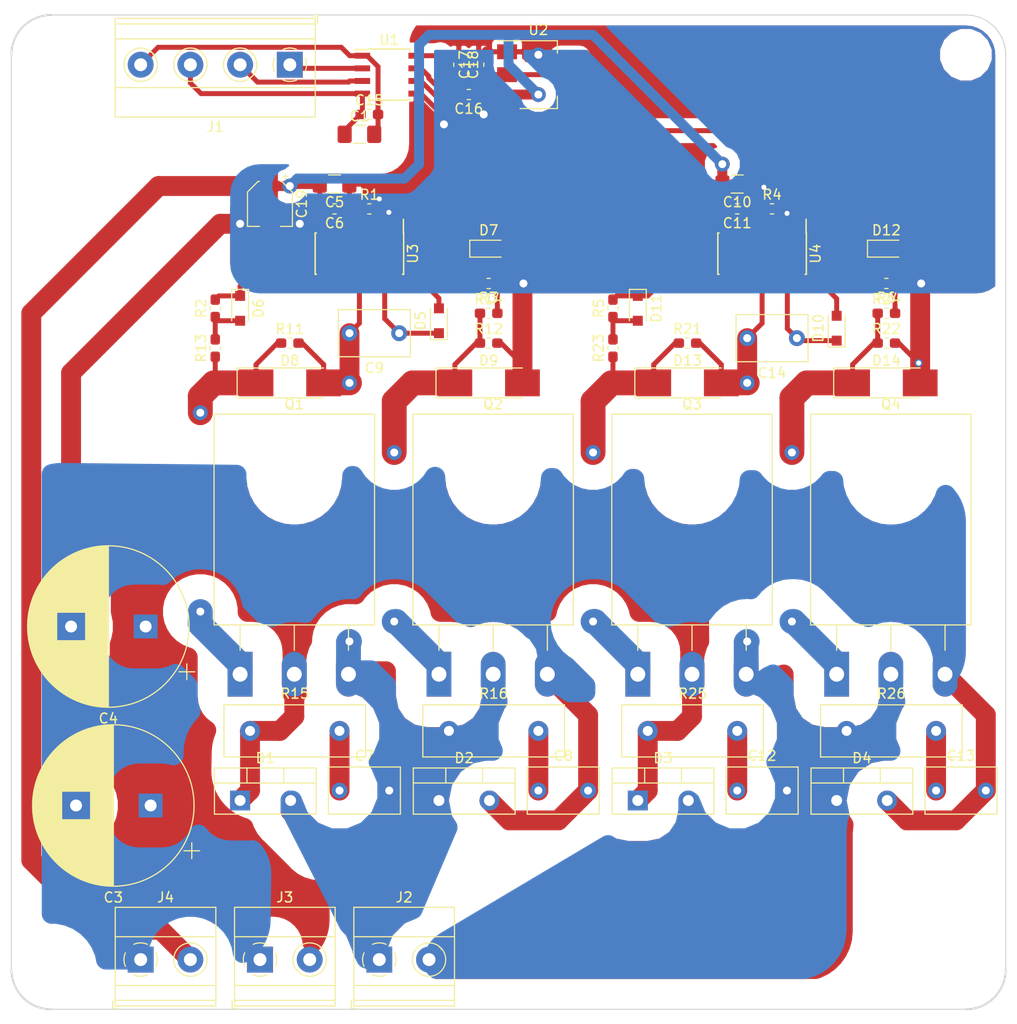
<source format=kicad_pcb>
(kicad_pcb (version 20171130) (host pcbnew 5.0.1-33cea8e~68~ubuntu18.04.1)
  (layers (0 F.Cu signal) (1 In1.Cu jumper) (2 In2.Cu jumper) (31 B.Cu signal) (34 B.Paste user) (35 F.Paste user) (36 B.SilkS user) (37 F.SilkS user) (38 B.Mask user) (39 F.Mask user) (44 Edge.Cuts user))
  (net 0 "")
  (net 1 "Net-(D13-Pad1)")
  (net 2 VCC)
  (net 3 /right-half-bridge/OUT)
  (net 4 /left-half-bridge/OUT)
  (net 5 "Net-(D8-Pad1)")
  (net 6 "Net-(D9-Pad1)")
  (net 7 GND)
  (net 8 "Net-(D14-Pad1)")
  (net 9 "Net-(C13-Pad1)")
  (net 10 "Net-(C12-Pad1)")
  (net 11 "Net-(C8-Pad1)")
  (net 12 "Net-(C7-Pad1)")
  (net 13 A)
  (net 14 B)
  (net 15 GNDD)
  (net 16 +5V)
  (net 17 +15V)
  (net 18 "Net-(R1-Pad1)")
  (net 19 "Net-(D12-Pad2)")
  (net 20 "Net-(D11-Pad2)")
  (net 21 "Net-(D6-Pad2)")
  (net 22 "Net-(D12-Pad1)")
  (net 23 "Net-(D6-Pad1)")
  (net 24 "Net-(D7-Pad1)")
  (net 25 "Net-(D7-Pad2)")
  (net 26 "Net-(D11-Pad1)")
  (net 27 "Net-(R4-Pad1)")
  (net 28 "Net-(C17-Pad1)")
  (net 29 /right-half-bridge/PWM)
  (net 30 /left-half-bridge/PWM)
  (net 31 "Net-(C14-Pad1)")
  (net 32 "Net-(C9-Pad1)")
  (net 33 "Net-(U4-Pad2)")
  (net 34 "Net-(U3-Pad2)")
  (module Package_SO:SOIC-8_3.9x4.9mm_P1.27mm (layer F.Cu) (at 88 46)
    (fp_text reference U1 (at 0 -3.5) (layer F.SilkS))
    (fp_text value ADuM1200AR)
    (pad 1 smd rect (at -2.7 -1.905) (size 1.55 0.6) (layers F.Cu F.Paste F.Mask) (net 16 +5V))
    (pad 2 smd rect (at -2.7 -0.635) (size 1.55 0.6) (layers F.Cu F.Paste F.Mask) (net 13 A))
    (pad 3 smd rect (at -2.7 0.635) (size 1.55 0.6) (layers F.Cu F.Paste F.Mask) (net 14 B))
    (pad 4 smd rect (at -2.7 1.905) (size 1.55 0.6) (layers F.Cu F.Paste F.Mask) (net 15 GNDD))
    (pad 5 smd rect (at 2.7 1.905) (size 1.55 0.6) (layers F.Cu F.Paste F.Mask) (net 7 GND))
    (pad 6 smd rect (at 2.7 0.635) (size 1.55 0.6) (layers F.Cu F.Paste F.Mask) (net 30 /left-half-bridge/PWM))
    (pad 7 smd rect (at 2.7 -0.635) (size 1.55 0.6) (layers F.Cu F.Paste F.Mask) (net 29 /right-half-bridge/PWM))
    (pad 8 smd rect (at 2.7 -1.905) (size 1.55 0.6) (layers F.Cu F.Paste F.Mask) (net 28 "Net-(C17-Pad1)"))
  )
  (module MountingHole:MountingHole_3.2mm_M3 (layer F.Cu) (at 146 44)
    (fp_text reference H1 hide)
    (fp_text value MountingHole)
    (pad 1 np_thru_hole circle (at 0 0) (size 3.2 3.2) (drill 3.2) (layers *.Cu *.Mask))
  )
  (module MountingHole:MountingHole_3.2mm_M3 (layer F.Cu) (at 54 136)
    (fp_text reference H4 hide)
    (fp_text value MountingHole)
    (pad 1 np_thru_hole circle (at 0 0) (size 3.2 3.2) (drill 3.2) (layers *.Cu *.Mask))
  )
  (module MountingHole:MountingHole_3.2mm_M3 (layer F.Cu) (at 54 44)
    (fp_text reference H3 hide)
    (fp_text value MountingHole)
    (pad 1 np_thru_hole circle (at 0 0) (size 3.2 3.2) (drill 3.2) (layers *.Cu *.Mask))
  )
  (module MountingHole:MountingHole_3.2mm_M3 (layer F.Cu) (at 146 136)
    (fp_text reference H2 hide)
    (fp_text value MountingHole)
    (pad 1 np_thru_hole circle (at 0 0) (size 3.2 3.2) (drill 3.2) (layers *.Cu *.Mask))
  )
  (module Package_SO:SOIC-14_3.9x8.7mm_P1.27mm (layer F.Cu) (at 85 64 270)
    (fp_text reference U3 (at 0 -5.375 270) (layer F.SilkS))
    (fp_text value FAN7393A)
    (pad 14 smd rect (at 2.7 -3.81 270) (size 1.5 0.6) (layers F.Cu F.Paste F.Mask))
    (pad 13 smd rect (at 2.7 -2.54 270) (size 1.5 0.6) (layers F.Cu F.Paste F.Mask) (net 32 "Net-(C9-Pad1)"))
    (pad 12 smd rect (at 2.7 -1.27 270) (size 1.5 0.6) (layers F.Cu F.Paste F.Mask) (net 23 "Net-(D6-Pad1)"))
    (pad 11 smd rect (at 2.7 0 270) (size 1.5 0.6) (layers F.Cu F.Paste F.Mask) (net 4 /left-half-bridge/OUT))
    (pad 10 smd rect (at 2.7 1.27 270) (size 1.5 0.6) (layers F.Cu F.Paste F.Mask))
    (pad 9 smd rect (at 2.7 2.54 270) (size 1.5 0.6) (layers F.Cu F.Paste F.Mask))
    (pad 8 smd rect (at 2.7 3.81 270) (size 1.5 0.6) (layers F.Cu F.Paste F.Mask))
    (pad 7 smd rect (at -2.7 3.81 270) (size 1.5 0.6) (layers F.Cu F.Paste F.Mask) (net 17 +15V))
    (pad 6 smd rect (at -2.7 2.54 270) (size 1.5 0.6) (layers F.Cu F.Paste F.Mask) (net 24 "Net-(D7-Pad1)"))
    (pad 5 smd rect (at -2.7 1.27 270) (size 1.5 0.6) (layers F.Cu F.Paste F.Mask) (net 7 GND))
    (pad 4 smd rect (at -2.7 0 270) (size 1.5 0.6) (layers F.Cu F.Paste F.Mask) (net 18 "Net-(R1-Pad1)"))
    (pad 3 smd rect (at -2.7 -1.27 270) (size 1.5 0.6) (layers F.Cu F.Paste F.Mask) (net 7 GND))
    (pad 2 smd rect (at -2.7 -2.54 270) (size 1.5 0.6) (layers F.Cu F.Paste F.Mask) (net 34 "Net-(U3-Pad2)"))
    (pad 1 smd rect (at -2.7 -3.81 270) (size 1.5 0.6) (layers F.Cu F.Paste F.Mask) (net 30 /left-half-bridge/PWM))
  )
  (module Package_SO:SOIC-14_3.9x8.7mm_P1.27mm (layer F.Cu) (at 125.5 64 270)
    (fp_text reference U4 (at 0 -5.375 270) (layer F.SilkS))
    (fp_text value FAN7393A)
    (pad 1 smd rect (at -2.7 -3.81 270) (size 1.5 0.6) (layers F.Cu F.Paste F.Mask) (net 29 /right-half-bridge/PWM))
    (pad 2 smd rect (at -2.7 -2.54 270) (size 1.5 0.6) (layers F.Cu F.Paste F.Mask) (net 33 "Net-(U4-Pad2)"))
    (pad 3 smd rect (at -2.7 -1.27 270) (size 1.5 0.6) (layers F.Cu F.Paste F.Mask) (net 7 GND))
    (pad 4 smd rect (at -2.7 0 270) (size 1.5 0.6) (layers F.Cu F.Paste F.Mask) (net 27 "Net-(R4-Pad1)"))
    (pad 5 smd rect (at -2.7 1.27 270) (size 1.5 0.6) (layers F.Cu F.Paste F.Mask) (net 7 GND))
    (pad 6 smd rect (at -2.7 2.54 270) (size 1.5 0.6) (layers F.Cu F.Paste F.Mask) (net 22 "Net-(D12-Pad1)"))
    (pad 7 smd rect (at -2.7 3.81 270) (size 1.5 0.6) (layers F.Cu F.Paste F.Mask) (net 17 +15V))
    (pad 8 smd rect (at 2.7 3.81 270) (size 1.5 0.6) (layers F.Cu F.Paste F.Mask))
    (pad 9 smd rect (at 2.7 2.54 270) (size 1.5 0.6) (layers F.Cu F.Paste F.Mask))
    (pad 10 smd rect (at 2.7 1.27 270) (size 1.5 0.6) (layers F.Cu F.Paste F.Mask))
    (pad 11 smd rect (at 2.7 0 270) (size 1.5 0.6) (layers F.Cu F.Paste F.Mask) (net 3 /right-half-bridge/OUT))
    (pad 12 smd rect (at 2.7 -1.27 270) (size 1.5 0.6) (layers F.Cu F.Paste F.Mask) (net 26 "Net-(D11-Pad1)"))
    (pad 13 smd rect (at 2.7 -2.54 270) (size 1.5 0.6) (layers F.Cu F.Paste F.Mask) (net 31 "Net-(C14-Pad1)"))
    (pad 14 smd rect (at 2.7 -3.81 270) (size 1.5 0.6) (layers F.Cu F.Paste F.Mask))
  )
  (module Capacitor_SMD:CP_Elec_4x4.5 (layer F.Cu) (at 76 59 270)
    (fp_text reference C19 (at 0 -3.2 270) (layer F.SilkS))
    (fp_text value 10u)
    (pad 1 smd rect (at -1.8 0 270) (size 2.6 1.6) (layers F.Cu F.Paste F.Mask) (net 17 +15V))
    (pad 2 smd rect (at 1.8 0 270) (size 2.6 1.6) (layers F.Cu F.Paste F.Mask) (net 7 GND))
  )
  (module Capacitor_SMD:C_0603_1608Metric_Pad1.05x0.95mm_HandSolder (layer F.Cu) (at 82.5 59.5 180)
    (fp_text reference C6 (at 0 -1.43 180) (layer F.SilkS))
    (fp_text value 100n)
    (pad 2 smd roundrect (at 0.875 0 180) (size 1.05 0.95) (layers F.Cu F.Paste F.Mask) (net 17 +15V))
    (pad 1 smd roundrect (at -0.875 0 180) (size 1.05 0.95) (layers F.Cu F.Paste F.Mask) (net 7 GND))
  )
  (module Capacitor_SMD:C_0603_1608Metric_Pad1.05x0.95mm_HandSolder (layer F.Cu) (at 95 45 270)
    (fp_text reference C18 (at 0 -1.43 270) (layer F.SilkS))
    (fp_text value 100n)
    (pad 1 smd roundrect (at -0.875 0 270) (size 1.05 0.95) (layers F.Cu F.Paste F.Mask) (net 7 GND))
    (pad 2 smd roundrect (at 0.875 0 270) (size 1.05 0.95) (layers F.Cu F.Paste F.Mask) (net 28 "Net-(C17-Pad1)"))
  )
  (module Capacitor_SMD:C_0603_1608Metric_Pad1.05x0.95mm_HandSolder (layer F.Cu) (at 97 45 90)
    (fp_text reference C17 (at 0 -1.43 90) (layer F.SilkS))
    (fp_text value 10u)
    (pad 2 smd roundrect (at 0.875 0 90) (size 1.05 0.95) (layers F.Cu F.Paste F.Mask) (net 7 GND))
    (pad 1 smd roundrect (at -0.875 0 90) (size 1.05 0.95) (layers F.Cu F.Paste F.Mask) (net 28 "Net-(C17-Pad1)"))
  )
  (module Capacitor_SMD:C_0603_1608Metric_Pad1.05x0.95mm_HandSolder (layer F.Cu) (at 123 59.5 180)
    (fp_text reference C11 (at 0 -1.43 180) (layer F.SilkS))
    (fp_text value 100n)
    (pad 1 smd roundrect (at -0.875 0 180) (size 1.05 0.95) (layers F.Cu F.Paste F.Mask) (net 7 GND))
    (pad 2 smd roundrect (at 0.875 0 180) (size 1.05 0.95) (layers F.Cu F.Paste F.Mask) (net 17 +15V))
  )
  (module Capacitor_SMD:C_0603_1608Metric_Pad1.05x0.95mm_HandSolder (layer F.Cu) (at 96 48 180)
    (fp_text reference C16 (at 0 -1.43 180) (layer F.SilkS))
    (fp_text value 100n)
    (pad 2 smd roundrect (at 0.875 0 180) (size 1.05 0.95) (layers F.Cu F.Paste F.Mask) (net 7 GND))
    (pad 1 smd roundrect (at -0.875 0 180) (size 1.05 0.95) (layers F.Cu F.Paste F.Mask) (net 17 +15V))
  )
  (module Capacitor_SMD:C_0603_1608Metric_Pad1.05x0.95mm_HandSolder (layer F.Cu) (at 86 50)
    (fp_text reference C15 (at 0 -1.43) (layer F.SilkS))
    (fp_text value 100n)
    (pad 1 smd roundrect (at -0.875 0) (size 1.05 0.95) (layers F.Cu F.Paste F.Mask) (net 15 GNDD))
    (pad 2 smd roundrect (at 0.875 0) (size 1.05 0.95) (layers F.Cu F.Paste F.Mask) (net 16 +5V))
  )
  (module Capacitor_SMD:C_1206_3216Metric_Pad1.42x1.75mm_HandSolder (layer F.Cu) (at 82.5 57 180)
    (fp_text reference C5 (at 0 -1.82 180) (layer F.SilkS))
    (fp_text value 1u)
    (pad 1 smd roundrect (at -1.4875 0 180) (size 1.425 1.75) (layers F.Cu F.Paste F.Mask) (roundrect_rratio 0.175439) (net 7 GND))
    (pad 2 smd roundrect (at 1.4875 0 180) (size 1.425 1.75) (layers F.Cu F.Paste F.Mask) (roundrect_rratio 0.175439) (net 17 +15V))
  )
  (module Capacitor_SMD:C_1206_3216Metric_Pad1.42x1.75mm_HandSolder (layer F.Cu) (at 123 57 180)
    (fp_text reference C10 (at 0 -1.82 180) (layer F.SilkS))
    (fp_text value 1u)
    (pad 2 smd roundrect (at 1.4875 0 180) (size 1.425 1.75) (layers F.Cu F.Paste F.Mask) (roundrect_rratio 0.175439) (net 17 +15V))
    (pad 1 smd roundrect (at -1.4875 0 180) (size 1.425 1.75) (layers F.Cu F.Paste F.Mask) (roundrect_rratio 0.175439) (net 7 GND))
  )
  (module Capacitor_SMD:C_1206_3216Metric_Pad1.42x1.75mm_HandSolder (layer F.Cu) (at 85 52)
    (fp_text reference C1 (at 0 -1.82) (layer F.SilkS))
    (fp_text value 2u2)
    (pad 1 smd roundrect (at -1.4875 0) (size 1.425 1.75) (layers F.Cu F.Paste F.Mask) (roundrect_rratio 0.175439) (net 15 GNDD))
    (pad 2 smd roundrect (at 1.4875 0) (size 1.425 1.75) (layers F.Cu F.Paste F.Mask) (roundrect_rratio 0.175439) (net 16 +5V))
  )
  (module Capacitor_THT:CP_Radial_D16.0mm_P7.50mm (layer F.Cu) (at 64 119.5 180)
    (fp_text reference C3 (at 3.75 -9.25 180) (layer F.SilkS))
    (fp_text value "220u 400V")
    (pad 2 thru_hole circle (at 7.5 0 180) (size 2.4 2.4) (drill 1.2) (layers *.Cu *.Mask) (net 7 GND))
    (pad 1 thru_hole rect (at 0 0 180) (size 2.4 2.4) (drill 1.2) (layers *.Cu *.Mask) (net 2 VCC))
  )
  (module Capacitor_THT:CP_Radial_D16.0mm_P7.50mm (layer F.Cu) (at 63.5 101.5 180)
    (fp_text reference C4 (at 3.75 -9.25 180) (layer F.SilkS))
    (fp_text value "10u 400V")
    (pad 1 thru_hole rect (at 0 0 180) (size 2.4 2.4) (drill 1.2) (layers *.Cu *.Mask) (net 2 VCC))
    (pad 2 thru_hole circle (at 7.5 0 180) (size 2.4 2.4) (drill 1.2) (layers *.Cu *.Mask) (net 7 GND))
  )
  (module Capacitor_THT:C_Rect_L7.0mm_W4.5mm_P5.00mm (layer F.Cu) (at 129 72.5 180)
    (fp_text reference C14 (at 2.5 -3.5 180) (layer F.SilkS))
    (fp_text value "100n 400V")
    (pad 2 thru_hole circle (at 5 0 180) (size 1.6 1.6) (drill 0.8) (layers *.Cu *.Mask) (net 3 /right-half-bridge/OUT))
    (pad 1 thru_hole circle (at 0 0 180) (size 1.6 1.6) (drill 0.8) (layers *.Cu *.Mask) (net 31 "Net-(C14-Pad1)"))
  )
  (module Capacitor_THT:C_Rect_L7.0mm_W4.5mm_P5.00mm (layer F.Cu) (at 89 72 180)
    (fp_text reference C9 (at 2.5 -3.5 180) (layer F.SilkS))
    (fp_text value "100n 400V")
    (pad 1 thru_hole circle (at 0 0 180) (size 1.6 1.6) (drill 0.8) (layers *.Cu *.Mask) (net 32 "Net-(C9-Pad1)"))
    (pad 2 thru_hole circle (at 5 0 180) (size 1.6 1.6) (drill 0.8) (layers *.Cu *.Mask) (net 4 /left-half-bridge/OUT))
  )
  (module Diode_SMD:D_MELF_Handsoldering (layer F.Cu) (at 78 77)
    (fp_text reference D8 (at 0 -2.25) (layer F.SilkS))
    (fp_text value 18V)
    (pad 2 smd rect (at 3.4 0) (size 3.5 2.7) (layers F.Cu F.Paste F.Mask) (net 4 /left-half-bridge/OUT))
    (pad 1 smd rect (at -3.4 0) (size 3.5 2.7) (layers F.Cu F.Paste F.Mask) (net 5 "Net-(D8-Pad1)"))
  )
  (module Diode_SMD:D_MELF_Handsoldering (layer F.Cu) (at 98 77)
    (fp_text reference D9 (at 0 -2.25) (layer F.SilkS))
    (fp_text value 18V)
    (pad 1 smd rect (at -3.4 0) (size 3.5 2.7) (layers F.Cu F.Paste F.Mask) (net 6 "Net-(D9-Pad1)"))
    (pad 2 smd rect (at 3.4 0) (size 3.5 2.7) (layers F.Cu F.Paste F.Mask) (net 7 GND))
  )
  (module Diode_SMD:D_MELF_Handsoldering (layer F.Cu) (at 118 77)
    (fp_text reference D13 (at 0 -2.25) (layer F.SilkS))
    (fp_text value 18V)
    (pad 2 smd rect (at 3.4 0) (size 3.5 2.7) (layers F.Cu F.Paste F.Mask) (net 3 /right-half-bridge/OUT))
    (pad 1 smd rect (at -3.4 0) (size 3.5 2.7) (layers F.Cu F.Paste F.Mask) (net 1 "Net-(D13-Pad1)"))
  )
  (module Diode_SMD:D_MELF_Handsoldering (layer F.Cu) (at 138 77)
    (fp_text reference D14 (at 0 -2.25) (layer F.SilkS))
    (fp_text value 18V)
    (pad 1 smd rect (at -3.4 0) (size 3.5 2.7) (layers F.Cu F.Paste F.Mask) (net 8 "Net-(D14-Pad1)"))
    (pad 2 smd rect (at 3.4 0) (size 3.5 2.7) (layers F.Cu F.Paste F.Mask) (net 7 GND))
  )
  (module Diode_SMD:D_SOD-323_HandSoldering (layer F.Cu) (at 93 70.75 90)
    (fp_text reference D5 (at 0 -1.85 90) (layer F.SilkS))
    (fp_text value BAT42)
    (pad 2 smd rect (at 1.25 0 90) (size 1 1) (layers F.Cu F.Paste F.Mask) (net 17 +15V))
    (pad 1 smd rect (at -1.25 0 90) (size 1 1) (layers F.Cu F.Paste F.Mask) (net 32 "Net-(C9-Pad1)"))
  )
  (module Diode_SMD:D_SOD-323_HandSoldering (layer F.Cu) (at 73 69.5 270)
    (fp_text reference D6 (at 0 -1.85 270) (layer F.SilkS))
    (fp_text value BAT42)
    (pad 1 smd rect (at -1.25 0 270) (size 1 1) (layers F.Cu F.Paste F.Mask) (net 23 "Net-(D6-Pad1)"))
    (pad 2 smd rect (at 1.25 0 270) (size 1 1) (layers F.Cu F.Paste F.Mask) (net 21 "Net-(D6-Pad2)"))
  )
  (module Diode_SMD:D_SOD-323_HandSoldering (layer F.Cu) (at 98 63.5)
    (fp_text reference D7 (at 0 -1.85) (layer F.SilkS))
    (fp_text value BAT42)
    (pad 2 smd rect (at 1.25 0) (size 1 1) (layers F.Cu F.Paste F.Mask) (net 25 "Net-(D7-Pad2)"))
    (pad 1 smd rect (at -1.25 0) (size 1 1) (layers F.Cu F.Paste F.Mask) (net 24 "Net-(D7-Pad1)"))
  )
  (module Diode_SMD:D_SOD-323_HandSoldering (layer F.Cu) (at 138 63.5)
    (fp_text reference D12 (at 0 -1.85) (layer F.SilkS))
    (fp_text value BAT42)
    (pad 1 smd rect (at -1.25 0) (size 1 1) (layers F.Cu F.Paste F.Mask) (net 22 "Net-(D12-Pad1)"))
    (pad 2 smd rect (at 1.25 0) (size 1 1) (layers F.Cu F.Paste F.Mask) (net 19 "Net-(D12-Pad2)"))
  )
  (module Diode_SMD:D_SOD-323_HandSoldering (layer F.Cu) (at 113 69.5 270)
    (fp_text reference D11 (at 0 -1.85 270) (layer F.SilkS))
    (fp_text value BAT42)
    (pad 2 smd rect (at 1.25 0 270) (size 1 1) (layers F.Cu F.Paste F.Mask) (net 20 "Net-(D11-Pad2)"))
    (pad 1 smd rect (at -1.25 0 270) (size 1 1) (layers F.Cu F.Paste F.Mask) (net 26 "Net-(D11-Pad1)"))
  )
  (module Diode_SMD:D_SOD-323_HandSoldering (layer F.Cu) (at 133 71.5 90)
    (fp_text reference D10 (at 0 -1.85 90) (layer F.SilkS))
    (fp_text value BAT42)
    (pad 1 smd rect (at -1.25 0 90) (size 1 1) (layers F.Cu F.Paste F.Mask) (net 31 "Net-(C14-Pad1)"))
    (pad 2 smd rect (at 1.25 0 90) (size 1 1) (layers F.Cu F.Paste F.Mask) (net 17 +15V))
  )
  (module Package_TO_SOT_SMD:SOT-223 (layer F.Cu) (at 103 46)
    (fp_text reference U2 (at 0 -4.5) (layer F.SilkS))
    (fp_text value LM1117-5.0)
    (pad 4 smd rect (at 3.15 0) (size 2 3.8) (layers F.Cu F.Paste F.Mask) (net 28 "Net-(C17-Pad1)"))
    (pad 2 smd rect (at -3.15 0) (size 2 1.5) (layers F.Cu F.Paste F.Mask) (net 28 "Net-(C17-Pad1)"))
    (pad 3 smd rect (at -3.15 2.3) (size 2 1.5) (layers F.Cu F.Paste F.Mask) (net 17 +15V))
    (pad 1 smd rect (at -3.15 -2.3) (size 2 1.5) (layers F.Cu F.Paste F.Mask) (net 7 GND))
  )
  (module Resistor_SMD:R_0603_1608Metric_Pad1.05x0.95mm_HandSolder (layer F.Cu) (at 78 73)
    (fp_text reference R11 (at 0 -1.43) (layer F.SilkS))
    (fp_text value 10k)
    (pad 2 smd roundrect (at 0.875 0) (size 1.05 0.95) (layers F.Cu F.Paste F.Mask) (net 4 /left-half-bridge/OUT))
    (pad 1 smd roundrect (at -0.875 0) (size 1.05 0.95) (layers F.Cu F.Paste F.Mask) (net 5 "Net-(D8-Pad1)"))
  )
  (module Resistor_SMD:R_0603_1608Metric_Pad1.05x0.95mm_HandSolder (layer F.Cu) (at 98 70)
    (fp_text reference R14 (at 0 -1.43) (layer F.SilkS))
    (fp_text value 4R7)
    (pad 1 smd roundrect (at -0.875 0) (size 1.05 0.95) (layers F.Cu F.Paste F.Mask) (net 6 "Net-(D9-Pad1)"))
    (pad 2 smd roundrect (at 0.875 0) (size 1.05 0.95) (layers F.Cu F.Paste F.Mask) (net 25 "Net-(D7-Pad2)"))
  )
  (module Resistor_SMD:R_0603_1608Metric_Pad1.05x0.95mm_HandSolder (layer F.Cu) (at 126.5 59.5)
    (fp_text reference R4 (at 0 -1.43) (layer F.SilkS))
    (fp_text value 25k)
    (pad 2 smd roundrect (at 0.875 0) (size 1.05 0.95) (layers F.Cu F.Paste F.Mask) (net 7 GND))
    (pad 1 smd roundrect (at -0.875 0) (size 1.05 0.95) (layers F.Cu F.Paste F.Mask) (net 27 "Net-(R4-Pad1)"))
  )
  (module Resistor_SMD:R_0603_1608Metric_Pad1.05x0.95mm_HandSolder (layer F.Cu) (at 110.5 69.5 90)
    (fp_text reference R5 (at 0 -1.43 90) (layer F.SilkS))
    (fp_text value 10R)
    (pad 1 smd roundrect (at -0.875 0 90) (size 1.05 0.95) (layers F.Cu F.Paste F.Mask) (net 20 "Net-(D11-Pad2)"))
    (pad 2 smd roundrect (at 0.875 0 90) (size 1.05 0.95) (layers F.Cu F.Paste F.Mask) (net 26 "Net-(D11-Pad1)"))
  )
  (module Resistor_SMD:R_0603_1608Metric_Pad1.05x0.95mm_HandSolder (layer F.Cu) (at 98 67 180)
    (fp_text reference R3 (at 0 -1.43 180) (layer F.SilkS))
    (fp_text value 10R)
    (pad 2 smd roundrect (at 0.875 0 180) (size 1.05 0.95) (layers F.Cu F.Paste F.Mask) (net 24 "Net-(D7-Pad1)"))
    (pad 1 smd roundrect (at -0.875 0 180) (size 1.05 0.95) (layers F.Cu F.Paste F.Mask) (net 25 "Net-(D7-Pad2)"))
  )
  (module Resistor_SMD:R_0603_1608Metric_Pad1.05x0.95mm_HandSolder (layer F.Cu) (at 70.5 69.5 90)
    (fp_text reference R2 (at 0 -1.43 90) (layer F.SilkS))
    (fp_text value 10R)
    (pad 1 smd roundrect (at -0.875 0 90) (size 1.05 0.95) (layers F.Cu F.Paste F.Mask) (net 21 "Net-(D6-Pad2)"))
    (pad 2 smd roundrect (at 0.875 0 90) (size 1.05 0.95) (layers F.Cu F.Paste F.Mask) (net 23 "Net-(D6-Pad1)"))
  )
  (module Resistor_SMD:R_0603_1608Metric_Pad1.05x0.95mm_HandSolder (layer F.Cu) (at 138 67 180)
    (fp_text reference R6 (at 0 -1.43 180) (layer F.SilkS))
    (fp_text value 10R)
    (pad 2 smd roundrect (at 0.875 0 180) (size 1.05 0.95) (layers F.Cu F.Paste F.Mask) (net 22 "Net-(D12-Pad1)"))
    (pad 1 smd roundrect (at -0.875 0 180) (size 1.05 0.95) (layers F.Cu F.Paste F.Mask) (net 19 "Net-(D12-Pad2)"))
  )
  (module Resistor_SMD:R_0603_1608Metric_Pad1.05x0.95mm_HandSolder (layer F.Cu) (at 98 73)
    (fp_text reference R12 (at 0 -1.43) (layer F.SilkS))
    (fp_text value 10k)
    (pad 1 smd roundrect (at -0.875 0) (size 1.05 0.95) (layers F.Cu F.Paste F.Mask) (net 6 "Net-(D9-Pad1)"))
    (pad 2 smd roundrect (at 0.875 0) (size 1.05 0.95) (layers F.Cu F.Paste F.Mask) (net 7 GND))
  )
  (module Resistor_SMD:R_0603_1608Metric_Pad1.05x0.95mm_HandSolder (layer F.Cu) (at 70.5 73.5 90)
    (fp_text reference R13 (at 0 -1.43 90) (layer F.SilkS))
    (fp_text value 4R7)
    (pad 2 smd roundrect (at 0.875 0 90) (size 1.05 0.95) (layers F.Cu F.Paste F.Mask) (net 21 "Net-(D6-Pad2)"))
    (pad 1 smd roundrect (at -0.875 0 90) (size 1.05 0.95) (layers F.Cu F.Paste F.Mask) (net 5 "Net-(D8-Pad1)"))
  )
  (module Resistor_SMD:R_0603_1608Metric_Pad1.05x0.95mm_HandSolder (layer F.Cu) (at 138 73)
    (fp_text reference R22 (at 0 -1.43) (layer F.SilkS))
    (fp_text value 10k)
    (pad 1 smd roundrect (at -0.875 0) (size 1.05 0.95) (layers F.Cu F.Paste F.Mask) (net 8 "Net-(D14-Pad1)"))
    (pad 2 smd roundrect (at 0.875 0) (size 1.05 0.95) (layers F.Cu F.Paste F.Mask) (net 7 GND))
  )
  (module Resistor_SMD:R_0603_1608Metric_Pad1.05x0.95mm_HandSolder (layer F.Cu) (at 110.5 73.5 90)
    (fp_text reference R23 (at 0 -1.43 90) (layer F.SilkS))
    (fp_text value 4R7)
    (pad 2 smd roundrect (at 0.875 0 90) (size 1.05 0.95) (layers F.Cu F.Paste F.Mask) (net 20 "Net-(D11-Pad2)"))
    (pad 1 smd roundrect (at -0.875 0 90) (size 1.05 0.95) (layers F.Cu F.Paste F.Mask) (net 1 "Net-(D13-Pad1)"))
  )
  (module Resistor_SMD:R_0603_1608Metric_Pad1.05x0.95mm_HandSolder (layer F.Cu) (at 138 70)
    (fp_text reference R24 (at 0 -1.43) (layer F.SilkS))
    (fp_text value 4R7)
    (pad 1 smd roundrect (at -0.875 0) (size 1.05 0.95) (layers F.Cu F.Paste F.Mask) (net 8 "Net-(D14-Pad1)"))
    (pad 2 smd roundrect (at 0.875 0) (size 1.05 0.95) (layers F.Cu F.Paste F.Mask) (net 19 "Net-(D12-Pad2)"))
  )
  (module Resistor_SMD:R_0603_1608Metric_Pad1.05x0.95mm_HandSolder (layer F.Cu) (at 86 59.5)
    (fp_text reference R1 (at 0 -1.43) (layer F.SilkS))
    (fp_text value 25k)
    (pad 2 smd roundrect (at 0.875 0) (size 1.05 0.95) (layers F.Cu F.Paste F.Mask) (net 7 GND))
    (pad 1 smd roundrect (at -0.875 0) (size 1.05 0.95) (layers F.Cu F.Paste F.Mask) (net 18 "Net-(R1-Pad1)"))
  )
  (module Resistor_SMD:R_0603_1608Metric_Pad1.05x0.95mm_HandSolder (layer F.Cu) (at 118 73)
    (fp_text reference R21 (at 0 -1.43) (layer F.SilkS))
    (fp_text value 10k)
    (pad 1 smd roundrect (at -0.875 0) (size 1.05 0.95) (layers F.Cu F.Paste F.Mask) (net 1 "Net-(D13-Pad1)"))
    (pad 2 smd roundrect (at 0.875 0) (size 1.05 0.95) (layers F.Cu F.Paste F.Mask) (net 3 /right-half-bridge/OUT))
  )
  (module TerminalBlock_Phoenix:TerminalBlock_Phoenix_MKDS-1,5-2_1x02_P5.00mm_Horizontal (layer F.Cu) (at 75 135)
    (fp_text reference J3 (at 2.5 -6.26) (layer F.SilkS))
    (fp_text value POWER)
    (pad 1 thru_hole rect (at 0 0) (size 2.6 2.6) (drill 1.3) (layers *.Cu *.Mask) (net 7 GND))
    (pad 2 thru_hole circle (at 5 0) (size 2.6 2.6) (drill 1.3) (layers *.Cu *.Mask) (net 2 VCC))
  )
  (module TerminalBlock_Phoenix:TerminalBlock_Phoenix_MKDS-1,5-2_1x02_P5.00mm_Horizontal (layer F.Cu) (at 63 135)
    (fp_text reference J4 (at 2.5 -6.26) (layer F.SilkS))
    (fp_text value POWER)
    (pad 2 thru_hole circle (at 5 0) (size 2.6 2.6) (drill 1.3) (layers *.Cu *.Mask) (net 17 +15V))
    (pad 1 thru_hole rect (at 0 0) (size 2.6 2.6) (drill 1.3) (layers *.Cu *.Mask) (net 7 GND))
  )
  (module TerminalBlock_Phoenix:TerminalBlock_Phoenix_MKDS-1,5-2_1x02_P5.00mm_Horizontal (layer F.Cu) (at 87 135)
    (fp_text reference J2 (at 2.5 -6.26) (layer F.SilkS))
    (fp_text value MOTOR)
    (pad 2 thru_hole circle (at 5 0) (size 2.6 2.6) (drill 1.3) (layers *.Cu *.Mask) (net 3 /right-half-bridge/OUT))
    (pad 1 thru_hole rect (at 0 0) (size 2.6 2.6) (drill 1.3) (layers *.Cu *.Mask) (net 4 /left-half-bridge/OUT))
  )
  (module TerminalBlock_Phoenix:TerminalBlock_Phoenix_MKDS-1,5-4_1x04_P5.00mm_Horizontal (layer F.Cu) (at 78 45 180)
    (fp_text reference J1 (at 7.5 -6.26 180) (layer F.SilkS))
    (fp_text value SIGNAL)
    (pad 1 thru_hole rect (at 0 0 180) (size 2.6 2.6) (drill 1.3) (layers *.Cu *.Mask) (net 13 A))
    (pad 2 thru_hole circle (at 5 0 180) (size 2.6 2.6) (drill 1.3) (layers *.Cu *.Mask) (net 14 B))
    (pad 3 thru_hole circle (at 10 0 180) (size 2.6 2.6) (drill 1.3) (layers *.Cu *.Mask) (net 15 GNDD))
    (pad 4 thru_hole circle (at 15 0 180) (size 2.6 2.6) (drill 1.3) (layers *.Cu *.Mask) (net 16 +5V))
  )
  (module Capacitor_THT:C_Rect_L7.0mm_W4.5mm_P5.00mm (layer F.Cu) (at 83 118)
    (fp_text reference C7 (at 2.5 -3.5) (layer F.SilkS))
    (fp_text value "100n 400V")
    (pad 2 thru_hole circle (at 5 0) (size 1.6 1.6) (drill 0.8) (layers *.Cu *.Mask) (net 4 /left-half-bridge/OUT))
    (pad 1 thru_hole circle (at 0 0) (size 1.6 1.6) (drill 0.8) (layers *.Cu *.Mask) (net 12 "Net-(C7-Pad1)"))
  )
  (module Capacitor_THT:C_Rect_L7.0mm_W4.5mm_P5.00mm (layer F.Cu) (at 103 118)
    (fp_text reference C8 (at 2.5 -3.5) (layer F.SilkS))
    (fp_text value "100n 400V")
    (pad 1 thru_hole circle (at 0 0) (size 1.6 1.6) (drill 0.8) (layers *.Cu *.Mask) (net 11 "Net-(C8-Pad1)"))
    (pad 2 thru_hole circle (at 5 0) (size 1.6 1.6) (drill 0.8) (layers *.Cu *.Mask) (net 7 GND))
  )
  (module Capacitor_THT:C_Rect_L7.0mm_W4.5mm_P5.00mm (layer F.Cu) (at 123 118)
    (fp_text reference C12 (at 2.5 -3.5) (layer F.SilkS))
    (fp_text value "100n 400V")
    (pad 2 thru_hole circle (at 5 0) (size 1.6 1.6) (drill 0.8) (layers *.Cu *.Mask) (net 3 /right-half-bridge/OUT))
    (pad 1 thru_hole circle (at 0 0) (size 1.6 1.6) (drill 0.8) (layers *.Cu *.Mask) (net 10 "Net-(C12-Pad1)"))
  )
  (module Capacitor_THT:C_Rect_L7.0mm_W4.5mm_P5.00mm (layer F.Cu) (at 143 118)
    (fp_text reference C13 (at 2.5 -3.5) (layer F.SilkS))
    (fp_text value "100n 400V")
    (pad 1 thru_hole circle (at 0 0) (size 1.6 1.6) (drill 0.8) (layers *.Cu *.Mask) (net 9 "Net-(C13-Pad1)"))
    (pad 2 thru_hole circle (at 5 0) (size 1.6 1.6) (drill 0.8) (layers *.Cu *.Mask) (net 7 GND))
  )
  (module Resistor_THT:R_Box_L14.0mm_W5.0mm_P9.00mm (layer F.Cu) (at 74 112)
    (fp_text reference R15 (at 4.5 -3.75) (layer F.SilkS))
    (fp_text value 0R5)
    (pad 2 thru_hole circle (at 9 0) (size 2 2) (drill 1) (layers *.Cu *.Mask) (net 12 "Net-(C7-Pad1)"))
    (pad 1 thru_hole circle (at 0 0) (size 2 2) (drill 1) (layers *.Cu *.Mask) (net 2 VCC))
  )
  (module Resistor_THT:R_Box_L14.0mm_W5.0mm_P9.00mm (layer F.Cu) (at 94 112)
    (fp_text reference R16 (at 4.5 -3.75) (layer F.SilkS))
    (fp_text value 0R5)
    (pad 1 thru_hole circle (at 0 0) (size 2 2) (drill 1) (layers *.Cu *.Mask) (net 4 /left-half-bridge/OUT))
    (pad 2 thru_hole circle (at 9 0) (size 2 2) (drill 1) (layers *.Cu *.Mask) (net 11 "Net-(C8-Pad1)"))
  )
  (module Resistor_THT:R_Box_L14.0mm_W5.0mm_P9.00mm (layer F.Cu) (at 114 112)
    (fp_text reference R25 (at 4.5 -3.75) (layer F.SilkS))
    (fp_text value 0R5)
    (pad 2 thru_hole circle (at 9 0) (size 2 2) (drill 1) (layers *.Cu *.Mask) (net 10 "Net-(C12-Pad1)"))
    (pad 1 thru_hole circle (at 0 0) (size 2 2) (drill 1) (layers *.Cu *.Mask) (net 2 VCC))
  )
  (module Resistor_THT:R_Box_L14.0mm_W5.0mm_P9.00mm (layer F.Cu) (at 134 112)
    (fp_text reference R26 (at 4.5 -3.75) (layer F.SilkS))
    (fp_text value 0R5)
    (pad 1 thru_hole circle (at 0 0) (size 2 2) (drill 1) (layers *.Cu *.Mask) (net 3 /right-half-bridge/OUT))
    (pad 2 thru_hole circle (at 9 0) (size 2 2) (drill 1) (layers *.Cu *.Mask) (net 9 "Net-(C13-Pad1)"))
  )
  (module Package_TO_SOT_THT:TO-220-2_Vertical (layer F.Cu) (at 73 119)
    (fp_text reference D1 (at 2.54 -4.27) (layer F.SilkS))
    (fp_text value STTH15R06)
    (pad 2 thru_hole oval (at 5.08 0) (size 2 2) (drill 1.1) (layers *.Cu *.Mask) (net 4 /left-half-bridge/OUT))
    (pad 1 thru_hole rect (at 0 0) (size 2 2) (drill 1.1) (layers *.Cu *.Mask) (net 2 VCC))
  )
  (module Package_TO_SOT_THT:TO-220-2_Vertical (layer F.Cu) (at 93 119)
    (fp_text reference D2 (at 2.54 -4.27) (layer F.SilkS))
    (fp_text value STTH15R06)
    (pad 1 thru_hole rect (at 0 0) (size 2 2) (drill 1.1) (layers *.Cu *.Mask) (net 4 /left-half-bridge/OUT))
    (pad 2 thru_hole oval (at 5.08 0) (size 2 2) (drill 1.1) (layers *.Cu *.Mask) (net 7 GND))
  )
  (module Package_TO_SOT_THT:TO-220-2_Vertical (layer F.Cu) (at 133 119)
    (fp_text reference D4 (at 2.54 -4.27) (layer F.SilkS))
    (fp_text value STTH15R06)
    (pad 2 thru_hole oval (at 5.08 0) (size 2 2) (drill 1.1) (layers *.Cu *.Mask) (net 7 GND))
    (pad 1 thru_hole rect (at 0 0) (size 2 2) (drill 1.1) (layers *.Cu *.Mask) (net 3 /right-half-bridge/OUT))
  )
  (module Package_TO_SOT_THT:TO-220-2_Vertical (layer F.Cu) (at 113 119)
    (fp_text reference D3 (at 2.54 -4.27) (layer F.SilkS))
    (fp_text value STTH15R06)
    (pad 1 thru_hole rect (at 0 0) (size 2 2) (drill 1.1) (layers *.Cu *.Mask) (net 2 VCC))
    (pad 2 thru_hole oval (at 5.08 0) (size 2 2) (drill 1.1) (layers *.Cu *.Mask) (net 3 /right-half-bridge/OUT))
  )
  (module Package_TO_SOT_THT:TO-247-3_Horizontal_TabDown (layer F.Cu) (at 133 106.3)
    (fp_text reference Q4 (at 5.45 -27.15) (layer F.SilkS))
    (fp_text value IRG4PH40U)
    (pad 3 thru_hole oval (at 10.9 0) (size 2.5 4.5) (drill 1.5) (layers *.Cu *.Mask) (net 7 GND))
    (pad 2 thru_hole oval (at 5.45 0) (size 2.5 4.5) (drill 1.5) (layers *.Cu *.Mask) (net 3 /right-half-bridge/OUT))
    (pad 1 thru_hole rect (at 0 0) (size 2.5 4.5) (drill 1.5) (layers *.Cu *.Mask) (net 8 "Net-(D14-Pad1)"))
    (pad "" np_thru_hole oval (at 5.45 -19.86) (size 3.6 3.6) (drill 3.6) (layers *.Cu *.Mask))
  )
  (module Package_TO_SOT_THT:TO-247-3_Horizontal_TabDown (layer F.Cu) (at 93 106.3)
    (fp_text reference Q2 (at 5.45 -27.15) (layer F.SilkS))
    (fp_text value IRG4PH40U)
    (pad "" np_thru_hole oval (at 5.45 -19.86) (size 3.6 3.6) (drill 3.6) (layers *.Cu *.Mask))
    (pad 1 thru_hole rect (at 0 0) (size 2.5 4.5) (drill 1.5) (layers *.Cu *.Mask) (net 6 "Net-(D9-Pad1)"))
    (pad 2 thru_hole oval (at 5.45 0) (size 2.5 4.5) (drill 1.5) (layers *.Cu *.Mask) (net 4 /left-half-bridge/OUT))
    (pad 3 thru_hole oval (at 10.9 0) (size 2.5 4.5) (drill 1.5) (layers *.Cu *.Mask) (net 7 GND))
  )
  (module Package_TO_SOT_THT:TO-247-3_Horizontal_TabDown (layer F.Cu) (at 73 106.3)
    (fp_text reference Q1 (at 5.45 -27.15) (layer F.SilkS))
    (fp_text value IRG4PH40U)
    (pad 3 thru_hole oval (at 10.9 0) (size 2.5 4.5) (drill 1.5) (layers *.Cu *.Mask) (net 4 /left-half-bridge/OUT))
    (pad 2 thru_hole oval (at 5.45 0) (size 2.5 4.5) (drill 1.5) (layers *.Cu *.Mask) (net 2 VCC))
    (pad 1 thru_hole rect (at 0 0) (size 2.5 4.5) (drill 1.5) (layers *.Cu *.Mask) (net 5 "Net-(D8-Pad1)"))
    (pad "" np_thru_hole oval (at 5.45 -19.86) (size 3.6 3.6) (drill 3.6) (layers *.Cu *.Mask))
  )
  (module Package_TO_SOT_THT:TO-247-3_Horizontal_TabDown (layer F.Cu) (at 113 106.3)
    (fp_text reference Q3 (at 5.45 -27.15) (layer F.SilkS))
    (fp_text value IRG4PH40U)
    (pad "" np_thru_hole oval (at 5.45 -19.86) (size 3.6 3.6) (drill 3.6) (layers *.Cu *.Mask))
    (pad 1 thru_hole rect (at 0 0) (size 2.5 4.5) (drill 1.5) (layers *.Cu *.Mask) (net 1 "Net-(D13-Pad1)"))
    (pad 2 thru_hole oval (at 5.45 0) (size 2.5 4.5) (drill 1.5) (layers *.Cu *.Mask) (net 2 VCC))
    (pad 3 thru_hole oval (at 10.9 0) (size 2.5 4.5) (drill 1.5) (layers *.Cu *.Mask) (net 3 /right-half-bridge/OUT))
  )
  (gr_arc (start 146 44) (end 150 44) (angle -90) (layer Edge.Cuts) (width 0.1))
  (gr_arc (start 54 44) (end 54 40) (angle -90) (layer Edge.Cuts) (width 0.2))
  (gr_line (start 150 44) (end 150 136) (layer Edge.Cuts) (width 0.1))
  (gr_line (start 54 40) (end 146 40) (layer Edge.Cuts) (width 0.1))
  (gr_line (start 50 136) (end 50 44) (layer Edge.Cuts) (width 0.1))
  (gr_line (start 146 140) (end 54 140) (layer Edge.Cuts) (width 0.1))
  (gr_arc (start 146 136) (end 146 140) (angle -90) (layer Edge.Cuts) (width 0.2))
  (gr_arc (start 54 136) (end 50 136) (angle -90) (layer Edge.Cuts) (width 0.2))
  (segment (start 113 105.3) (end 108.7 101) (width 2.5) (layer B.Cu) (net 1))
  (segment (start 108.7 101) (end 108.62 101) (width 2.5) (layer B.Cu) (net 1))
  (segment (start 113 106.3) (end 113 105.3) (width 2.5) (layer B.Cu) (net 1))
  (via (at 108.5 101) (size 1.5) (drill 0.8) (layers F.Cu B.Cu) (net 1))
  (segment (start 108.62 101) (end 108.5 101) (width 2.5) (layer B.Cu) (net 1))
  (segment (start 110.35 77) (end 108.5 78.85) (width 2.5) (layer F.Cu) (net 1))
  (segment (start 114.6 77) (end 110.35 77) (width 2.5) (layer F.Cu) (net 1))
  (via (at 108.5 84) (size 1.5) (drill 0.8) (layers F.Cu B.Cu) (net 1))
  (segment (start 108.5 78.85) (end 108.5 84) (width 2.5) (layer F.Cu) (net 1))
  (segment (start 116.75 73) (end 117.125 73) (width 0.5) (layer F.Cu) (net 1))
  (segment (start 114.6 75.15) (end 116.75 73) (width 0.5) (layer F.Cu) (net 1))
  (segment (start 114.6 77) (end 114.6 75.15) (width 0.5) (layer F.Cu) (net 1))
  (segment (start 110.5 76.85) (end 110.35 77) (width 0.5) (layer F.Cu) (net 1))
  (segment (start 110.5 74.375) (end 110.5 76.85) (width 0.5) (layer F.Cu) (net 1))
  (segment (start 74 118) (end 73 119) (width 2) (layer F.Cu) (net 2))
  (segment (start 74 112) (end 74 118) (width 2) (layer F.Cu) (net 2))
  (segment (start 114 118) (end 113 119) (width 2) (layer F.Cu) (net 2))
  (segment (start 114 112) (end 114 118) (width 2) (layer F.Cu) (net 2))
  (segment (start 118.45 110.55) (end 118.45 106.3) (width 2) (layer F.Cu) (net 2))
  (segment (start 114 112) (end 117 112) (width 2) (layer F.Cu) (net 2))
  (segment (start 117 112) (end 118.45 110.55) (width 2) (layer F.Cu) (net 2))
  (segment (start 77 112) (end 74 112) (width 2) (layer F.Cu) (net 2))
  (segment (start 78.45 106.3) (end 78.45 110.55) (width 2) (layer F.Cu) (net 2))
  (segment (start 78.45 110.55) (end 77 112) (width 2) (layer F.Cu) (net 2))
  (segment (start 63.5 116.5) (end 63.5 106.3) (width 2) (layer F.Cu) (net 2))
  (segment (start 138.45 106.3) (end 138.45 107.55) (width 2) (layer F.Cu) (net 3))
  (via (at 124 103) (size 1.5) (drill 0.8) (layers F.Cu B.Cu) (net 3))
  (segment (start 123.9 106.3) (end 123.9 103.1) (width 2.5) (layer B.Cu) (net 3))
  (segment (start 123.9 103.1) (end 124 103) (width 2.5) (layer B.Cu) (net 3))
  (segment (start 122.93934 77.000004) (end 124 77.000004) (width 2.5) (layer F.Cu) (net 3))
  (segment (start 121.4 77) (end 121.400004 77.000004) (width 2.5) (layer F.Cu) (net 3))
  (segment (start 121.400004 77.000004) (end 122.93934 77.000004) (width 2.5) (layer F.Cu) (net 3))
  (via (at 124 77.000004) (size 1.5) (drill 0.8) (layers F.Cu B.Cu) (net 3))
  (segment (start 121.4 75.15) (end 119.25 73) (width 0.5) (layer F.Cu) (net 3))
  (segment (start 119.25 73) (end 118.875 73) (width 0.5) (layer F.Cu) (net 3))
  (segment (start 121.4 77) (end 121.4 75.15) (width 0.5) (layer F.Cu) (net 3))
  (segment (start 124 72.5) (end 124 77.000004) (width 2) (layer F.Cu) (net 3))
  (segment (start 125.5 71) (end 124 72.5) (width 0.5) (layer F.Cu) (net 3))
  (segment (start 125.5 66.7) (end 125.5 71) (width 0.5) (layer F.Cu) (net 3))
  (segment (start 98.45 106.3) (end 98.45 107.55) (width 2) (layer F.Cu) (net 4))
  (segment (start 86 123) (end 86 135) (width 2) (layer F.Cu) (net 4))
  (segment (start 81 123) (end 86 123) (width 2) (layer F.Cu) (net 4))
  (segment (start 78.08 119) (end 78.08 120.08) (width 2) (layer F.Cu) (net 4))
  (segment (start 78.08 120.08) (end 81 123) (width 2) (layer F.Cu) (net 4))
  (via (at 84 103) (size 1.5) (drill 0.8) (layers F.Cu B.Cu) (net 4))
  (segment (start 83.9 106.3) (end 83.9 103.1) (width 2.5) (layer B.Cu) (net 4))
  (segment (start 83.9 103.1) (end 84 103) (width 2.5) (layer B.Cu) (net 4))
  (via (at 84 77) (size 1.5) (drill 0.8) (layers F.Cu B.Cu) (net 4))
  (segment (start 84 77) (end 81.4 77) (width 2.5) (layer F.Cu) (net 4))
  (segment (start 81.4 75.15) (end 79.25 73) (width 0.5) (layer F.Cu) (net 4))
  (segment (start 81.4 77) (end 81.4 75.15) (width 0.5) (layer F.Cu) (net 4))
  (segment (start 85 71) (end 84 72) (width 0.5) (layer F.Cu) (net 4))
  (segment (start 85 66.7) (end 85 71) (width 0.5) (layer F.Cu) (net 4))
  (segment (start 84 77) (end 84 72) (width 2) (layer F.Cu) (net 4))
  (segment (start 70.35 77) (end 69 78.35) (width 2.5) (layer F.Cu) (net 5))
  (segment (start 74.6 77) (end 70.35 77) (width 2.5) (layer F.Cu) (net 5))
  (segment (start 69 78.35) (end 69 80) (width 2.5) (layer F.Cu) (net 5))
  (via (at 69 80) (size 1.5) (drill 0.8) (layers F.Cu B.Cu) (net 5))
  (segment (start 69 101.3) (end 69 101.06066) (width 2.5) (layer B.Cu) (net 5))
  (segment (start 73 106.3) (end 73 105.3) (width 2.5) (layer B.Cu) (net 5))
  (segment (start 69 101.06066) (end 69 100) (width 2.5) (layer B.Cu) (net 5))
  (segment (start 73 105.3) (end 69 101.3) (width 2.5) (layer B.Cu) (net 5))
  (via (at 69 100) (size 1.5) (drill 0.8) (layers F.Cu B.Cu) (net 5))
  (segment (start 76.75 73) (end 77.125 73) (width 0.5) (layer F.Cu) (net 5))
  (segment (start 74.6 75.15) (end 76.75 73) (width 0.5) (layer F.Cu) (net 5))
  (segment (start 74.6 77) (end 74.6 75.15) (width 0.5) (layer F.Cu) (net 5))
  (segment (start 70.5 76.85) (end 70.35 77) (width 0.5) (layer F.Cu) (net 5))
  (segment (start 70.5 74.375) (end 70.5 76.85) (width 0.5) (layer F.Cu) (net 5))
  (via (at 88.499994 101) (size 1.5) (drill 0.8) (layers F.Cu B.Cu) (net 6))
  (segment (start 88.7 101) (end 88.499994 101) (width 2.5) (layer B.Cu) (net 6))
  (segment (start 93 105.3) (end 88.7 101) (width 2.5) (layer B.Cu) (net 6))
  (segment (start 93 106.3) (end 93 105.3) (width 2.5) (layer B.Cu) (net 6))
  (segment (start 94.6 77) (end 90.35 77) (width 2.5) (layer F.Cu) (net 6))
  (via (at 88.5 84) (size 1.5) (drill 0.8) (layers F.Cu B.Cu) (net 6))
  (segment (start 90.35 77) (end 88.5 78.85) (width 2.5) (layer F.Cu) (net 6))
  (segment (start 88.5 78.85) (end 88.5 84) (width 2.5) (layer F.Cu) (net 6))
  (segment (start 96.75 73) (end 97.125 73) (width 0.5) (layer F.Cu) (net 6))
  (segment (start 94.6 75.15) (end 96.75 73) (width 0.5) (layer F.Cu) (net 6))
  (segment (start 94.6 77) (end 94.6 75.15) (width 0.5) (layer F.Cu) (net 6))
  (segment (start 97.125 73) (end 97.125 70) (width 0.5) (layer F.Cu) (net 6))
  (segment (start 108 110.4) (end 108 118) (width 2) (layer F.Cu) (net 7))
  (segment (start 103.9 106.3) (end 108 110.4) (width 2) (layer F.Cu) (net 7))
  (segment (start 107.200001 118.799999) (end 108 118) (width 2) (layer F.Cu) (net 7))
  (segment (start 105 121) (end 107.200001 118.799999) (width 2) (layer F.Cu) (net 7))
  (segment (start 100.08 121) (end 105 121) (width 2) (layer F.Cu) (net 7))
  (segment (start 98.08 119) (end 100.08 121) (width 2) (layer F.Cu) (net 7))
  (segment (start 147.200001 118.799999) (end 148 118) (width 2) (layer F.Cu) (net 7))
  (segment (start 145 121) (end 147.200001 118.799999) (width 2) (layer F.Cu) (net 7))
  (segment (start 140.08 121) (end 145 121) (width 2) (layer F.Cu) (net 7))
  (segment (start 138.08 119) (end 140.08 121) (width 2) (layer F.Cu) (net 7))
  (segment (start 148 110.4) (end 143.9 106.3) (width 2) (layer F.Cu) (net 7))
  (segment (start 148 118) (end 148 110.4) (width 2) (layer F.Cu) (net 7))
  (segment (start 139.25 73) (end 138.875 73) (width 0.5) (layer F.Cu) (net 7))
  (segment (start 141.4 77) (end 141.4 75.15) (width 0.5) (layer F.Cu) (net 7))
  (segment (start 124.23 59.855) (end 123.875 59.5) (width 0.5) (layer F.Cu) (net 7))
  (segment (start 124.23 61.3) (end 124.23 59.855) (width 0.5) (layer F.Cu) (net 7))
  (segment (start 123.875 57.6125) (end 124.4875 57) (width 0.5) (layer F.Cu) (net 7))
  (segment (start 123.875 59.5) (end 123.875 57.6125) (width 0.5) (layer F.Cu) (net 7))
  (segment (start 126.77 60.105) (end 127.375 59.5) (width 0.5) (layer F.Cu) (net 7))
  (segment (start 126.77 61.3) (end 126.77 60.105) (width 0.5) (layer F.Cu) (net 7))
  (via (at 141.25 75) (size 0.8) (drill 0.5) (layers F.Cu B.Cu) (net 7))
  (segment (start 141.4 75.15) (end 141.25 75) (width 0.5) (layer F.Cu) (net 7))
  (segment (start 141.25 75) (end 139.25 73) (width 0.5) (layer F.Cu) (net 7))
  (segment (start 86.27 60.105) (end 86.875 59.5) (width 0.5) (layer F.Cu) (net 7))
  (segment (start 86.27 61.3) (end 86.27 60.105) (width 0.5) (layer F.Cu) (net 7))
  (segment (start 83.73 59.855) (end 83.375 59.5) (width 0.5) (layer F.Cu) (net 7))
  (segment (start 83.73 61.3) (end 83.73 59.855) (width 0.5) (layer F.Cu) (net 7))
  (segment (start 83.9875 58.8875) (end 83.375 59.5) (width 0.5) (layer F.Cu) (net 7))
  (segment (start 83.9875 57) (end 83.9875 58.8875) (width 0.5) (layer F.Cu) (net 7))
  (segment (start 99.25 73) (end 98.875 73) (width 0.5) (layer F.Cu) (net 7))
  (segment (start 101.4 75.15) (end 99.25 73) (width 0.5) (layer F.Cu) (net 7))
  (segment (start 101.4 77) (end 101.4 75.15) (width 0.5) (layer F.Cu) (net 7))
  (via (at 103 44) (size 1.5) (drill 0.8) (layers F.Cu B.Cu) (net 7))
  (segment (start 99.85 43.7) (end 102.7 43.7) (width 0.5) (layer F.Cu) (net 7))
  (segment (start 102.7 43.7) (end 103 44) (width 0.5) (layer F.Cu) (net 7))
  (via (at 79 61) (size 1.5) (drill 0.8) (layers F.Cu B.Cu) (net 7))
  (segment (start 76 60.8) (end 78.8 60.8) (width 1) (layer F.Cu) (net 7))
  (segment (start 78.8 60.8) (end 79 61) (width 1) (layer F.Cu) (net 7))
  (via (at 73 61) (size 1.5) (drill 0.8) (layers F.Cu B.Cu) (net 7))
  (segment (start 76 60.8) (end 73.2 60.8) (width 1) (layer F.Cu) (net 7))
  (segment (start 73.2 60.8) (end 73 61) (width 1) (layer F.Cu) (net 7))
  (segment (start 86.875 59.5) (end 87.609872 59.5) (width 0.5) (layer F.Cu) (net 7))
  (via (at 87.95999 59.850118) (size 0.8) (drill 0.5) (layers F.Cu B.Cu) (net 7))
  (segment (start 87.609872 59.5) (end 87.95999 59.850118) (width 0.5) (layer F.Cu) (net 7))
  (segment (start 124.4875 57) (end 125.36287 57) (width 0.5) (layer F.Cu) (net 7))
  (segment (start 125.36287 57) (end 125.681435 57.318565) (width 0.5) (layer F.Cu) (net 7))
  (segment (start 127.874072 59.999072) (end 127.958824 59.999072) (width 0.5) (layer F.Cu) (net 7))
  (segment (start 127.375 59.5) (end 127.874072 59.999072) (width 0.5) (layer F.Cu) (net 7))
  (via (at 128.0079 59.949996) (size 0.8) (drill 0.5) (layers F.Cu B.Cu) (net 7))
  (via (at 125.681435 57.318565) (size 0.8) (drill 0.5) (layers F.Cu B.Cu) (net 7))
  (segment (start 127.958824 59.999072) (end 128.0079 59.949996) (width 0.5) (layer F.Cu) (net 7))
  (segment (start 97 44.125) (end 97.67499 43.45001) (width 0.5) (layer F.Cu) (net 7))
  (segment (start 97.67499 43.45001) (end 97.871571 43.45001) (width 0.5) (layer F.Cu) (net 7))
  (segment (start 97.125 50) (end 97.5 50) (width 0.5) (layer F.Cu) (net 7))
  (segment (start 95.125 48) (end 97.125 50) (width 0.5) (layer F.Cu) (net 7))
  (via (at 97.5 50) (size 1.5) (drill 0.8) (layers F.Cu B.Cu) (net 7))
  (segment (start 101.4 77) (end 101.4 67.100014) (width 2) (layer F.Cu) (net 7))
  (via (at 101.500014 67) (size 1.5) (drill 0.8) (layers F.Cu B.Cu) (net 7))
  (segment (start 101.4 67.100014) (end 101.500014 67) (width 2) (layer F.Cu) (net 7))
  (segment (start 141.4 67.1) (end 141.5 67) (width 2) (layer F.Cu) (net 7))
  (segment (start 141.4 77) (end 141.4 67.1) (width 2) (layer F.Cu) (net 7))
  (via (at 141.5 67) (size 1.5) (drill 0.8) (layers F.Cu B.Cu) (net 7))
  (via (at 87 58.500016) (size 0.8) (drill 0.5) (layers F.Cu B.Cu) (net 7))
  (segment (start 83.9875 57) (end 85.499984 57) (width 0.5) (layer F.Cu) (net 7))
  (segment (start 86.600001 58.100017) (end 87 58.500016) (width 0.5) (layer F.Cu) (net 7))
  (segment (start 85.499984 57) (end 86.600001 58.100017) (width 0.5) (layer F.Cu) (net 7))
  (segment (start 71 61) (end 73 61) (width 2) (layer F.Cu) (net 7))
  (segment (start 56 85.98) (end 56 76) (width 2) (layer F.Cu) (net 7))
  (segment (start 56 76) (end 71 61) (width 2) (layer F.Cu) (net 7))
  (segment (start 56 85.98) (end 56 101.5) (width 2) (layer F.Cu) (net 7))
  (via (at 93.500021 51.000013) (size 1.5) (drill 0.8) (layers F.Cu B.Cu) (net 7))
  (segment (start 90.7 47.905) (end 91.175 47.905) (width 0.5) (layer F.Cu) (net 7))
  (segment (start 93.500021 50.230021) (end 93.500021 51.000013) (width 0.5) (layer F.Cu) (net 7))
  (segment (start 91.175 47.905) (end 93.500021 50.230021) (width 0.5) (layer F.Cu) (net 7))
  (segment (start 136.75 73) (end 137.125 73) (width 0.5) (layer F.Cu) (net 8))
  (segment (start 134.6 75.15) (end 136.75 73) (width 0.5) (layer F.Cu) (net 8))
  (segment (start 134.6 77) (end 134.6 75.15) (width 0.5) (layer F.Cu) (net 8))
  (segment (start 137.125 70) (end 137.125 73) (width 0.5) (layer F.Cu) (net 8))
  (segment (start 128.5 82.93934) (end 128.5 84) (width 2.5) (layer F.Cu) (net 8))
  (segment (start 128.7 101) (end 128.5 101) (width 2.5) (layer B.Cu) (net 8))
  (segment (start 128.5 78.5) (end 128.5 82.93934) (width 2.5) (layer F.Cu) (net 8))
  (segment (start 134.6 77) (end 130 77) (width 2.5) (layer F.Cu) (net 8))
  (segment (start 133 106.3) (end 133 105.3) (width 2.5) (layer B.Cu) (net 8))
  (segment (start 130 77) (end 128.5 78.5) (width 2.5) (layer F.Cu) (net 8))
  (via (at 128.5 101) (size 1.5) (drill 0.8) (layers F.Cu B.Cu) (net 8))
  (via (at 128.5 84) (size 1.5) (drill 0.8) (layers F.Cu B.Cu) (net 8))
  (segment (start 133 105.3) (end 128.7 101) (width 2.5) (layer B.Cu) (net 8))
  (segment (start 143 112) (end 143 118) (width 2) (layer F.Cu) (net 9))
  (segment (start 123 112) (end 123 118) (width 2) (layer F.Cu) (net 10))
  (segment (start 103 112) (end 103 118) (width 2) (layer F.Cu) (net 11))
  (segment (start 83 118) (end 83 112) (width 2) (layer F.Cu) (net 12))
  (segment (start 78.365 45.365) (end 78 45) (width 0.5) (layer F.Cu) (net 13))
  (segment (start 85.3 45.365) (end 78.365 45.365) (width 0.5) (layer F.Cu) (net 13))
  (segment (start 74.750001 46.750001) (end 74.299999 46.299999) (width 0.5) (layer F.Cu) (net 14))
  (segment (start 83.909999 46.750001) (end 74.750001 46.750001) (width 0.5) (layer F.Cu) (net 14))
  (segment (start 74.299999 46.299999) (end 73 45) (width 0.5) (layer F.Cu) (net 14))
  (segment (start 84.025 46.635) (end 83.909999 46.750001) (width 0.5) (layer F.Cu) (net 14))
  (segment (start 85.3 46.635) (end 84.025 46.635) (width 0.5) (layer F.Cu) (net 14))
  (segment (start 69.066523 47.905) (end 85.3 47.905) (width 0.5) (layer F.Cu) (net 15))
  (segment (start 68 45) (end 68 46.838477) (width 0.5) (layer F.Cu) (net 15))
  (segment (start 68 46.838477) (end 69.066523 47.905) (width 0.5) (layer F.Cu) (net 15))
  (segment (start 83.5125 51.6125) (end 85.125 50) (width 0.5) (layer F.Cu) (net 15))
  (segment (start 83.5125 52) (end 83.5125 51.6125) (width 0.5) (layer F.Cu) (net 15))
  (segment (start 85.3 49.825) (end 85.125 50) (width 0.5) (layer F.Cu) (net 15))
  (segment (start 85.3 47.905) (end 85.3 49.825) (width 0.5) (layer F.Cu) (net 15))
  (segment (start 64.299999 43.700001) (end 63 45) (width 0.5) (layer F.Cu) (net 16))
  (segment (start 83.179999 43.249999) (end 64.750001 43.249999) (width 0.5) (layer F.Cu) (net 16))
  (segment (start 84.025 44.095) (end 83.179999 43.249999) (width 0.5) (layer F.Cu) (net 16))
  (segment (start 64.750001 43.249999) (end 64.299999 43.700001) (width 0.5) (layer F.Cu) (net 16))
  (segment (start 85.3 44.095) (end 84.025 44.095) (width 0.5) (layer F.Cu) (net 16))
  (segment (start 86.875 49.425) (end 86.875 50) (width 0.5) (layer F.Cu) (net 16))
  (segment (start 86.875 45.195) (end 86.875 49.425) (width 0.5) (layer F.Cu) (net 16))
  (segment (start 85.775 44.095) (end 86.875 45.195) (width 0.5) (layer F.Cu) (net 16))
  (segment (start 85.3 44.095) (end 85.775 44.095) (width 0.5) (layer F.Cu) (net 16))
  (segment (start 86.875 51.6125) (end 86.4875 52) (width 0.5) (layer F.Cu) (net 16))
  (segment (start 86.875 50) (end 86.875 51.6125) (width 0.5) (layer F.Cu) (net 16))
  (segment (start 121.5125 58.8875) (end 122.125 59.5) (width 0.5) (layer F.Cu) (net 17))
  (segment (start 121.5125 57) (end 121.5125 58.8875) (width 0.5) (layer F.Cu) (net 17))
  (segment (start 121.69 59.935) (end 122.125 59.5) (width 0.5) (layer F.Cu) (net 17))
  (segment (start 121.69 61.3) (end 121.69 59.935) (width 0.5) (layer F.Cu) (net 17))
  (segment (start 81.19 59.935) (end 81.625 59.5) (width 0.5) (layer F.Cu) (net 17))
  (segment (start 81.19 61.3) (end 81.19 59.935) (width 0.5) (layer F.Cu) (net 17))
  (segment (start 81.0125 58.8875) (end 81.625 59.5) (width 0.5) (layer F.Cu) (net 17))
  (segment (start 81.0125 57) (end 81.0125 58.8875) (width 0.5) (layer F.Cu) (net 17))
  (segment (start 81.19 61.75) (end 81.19 61.3) (width 0.5) (layer F.Cu) (net 17))
  (segment (start 82.640012 63.200012) (end 81.19 61.75) (width 0.5) (layer F.Cu) (net 17))
  (segment (start 87.700012 63.200012) (end 82.640012 63.200012) (width 0.5) (layer F.Cu) (net 17))
  (segment (start 93 68.5) (end 87.700012 63.200012) (width 0.5) (layer F.Cu) (net 17))
  (segment (start 93 69.5) (end 93 68.5) (width 0.5) (layer F.Cu) (net 17))
  (segment (start 97.175 48.3) (end 96.875 48) (width 0.5) (layer F.Cu) (net 17))
  (segment (start 99.85 48.3) (end 97.175 48.3) (width 0.5) (layer F.Cu) (net 17))
  (segment (start 65 132) (end 68 135) (width 2) (layer F.Cu) (net 17))
  (segment (start 59 132) (end 65 132) (width 2) (layer F.Cu) (net 17))
  (segment (start 52 125) (end 59 132) (width 2) (layer F.Cu) (net 17))
  (segment (start 52 70) (end 52 125) (width 2) (layer F.Cu) (net 17))
  (segment (start 76 57.2) (end 64.8 57.2) (width 2) (layer F.Cu) (net 17))
  (segment (start 64.8 57.2) (end 52 70) (width 2) (layer F.Cu) (net 17))
  (segment (start 81.0125 57) (end 78.2 57) (width 1) (layer F.Cu) (net 17))
  (via (at 78 57.2) (size 1.5) (drill 0.8) (layers F.Cu B.Cu) (net 17))
  (segment (start 78.2 57) (end 78 57.2) (width 1) (layer F.Cu) (net 17))
  (segment (start 76 57.2) (end 78 57.2) (width 1) (layer F.Cu) (net 17))
  (segment (start 78.749999 56.450001) (end 89.549999 56.450001) (width 1) (layer B.Cu) (net 17))
  (segment (start 78 57.2) (end 78.749999 56.450001) (width 1) (layer B.Cu) (net 17))
  (segment (start 91.00001 54.99999) (end 91.00001 42.99999) (width 1) (layer B.Cu) (net 17))
  (segment (start 89.549999 56.450001) (end 91.00001 54.99999) (width 1) (layer B.Cu) (net 17))
  (segment (start 91.00001 42.99999) (end 92 42) (width 1) (layer B.Cu) (net 17))
  (via (at 121.5 55) (size 1.5) (drill 0.8) (layers F.Cu B.Cu) (net 17))
  (segment (start 108.5 42) (end 121.5 55) (width 1) (layer B.Cu) (net 17))
  (segment (start 121.5 56.9875) (end 121.5125 57) (width 1) (layer F.Cu) (net 17))
  (segment (start 121.5 55) (end 121.5 56.9875) (width 1) (layer F.Cu) (net 17))
  (via (at 103 48) (size 1.5) (drill 0.8) (layers F.Cu B.Cu) (net 17))
  (segment (start 100 45) (end 103 48) (width 1) (layer B.Cu) (net 17))
  (segment (start 92 42) (end 100 42) (width 1) (layer B.Cu) (net 17))
  (segment (start 100 42) (end 100 45) (width 1) (layer B.Cu) (net 17))
  (segment (start 100 42) (end 108.5 42) (width 1) (layer B.Cu) (net 17))
  (segment (start 100.15 48) (end 99.85 48.3) (width 1) (layer F.Cu) (net 17))
  (segment (start 103 48) (end 100.15 48) (width 1) (layer F.Cu) (net 17))
  (segment (start 133 70.25) (end 133 68.529998) (width 0.5) (layer F.Cu) (net 17))
  (segment (start 133 68.529998) (end 127.769991 63.299989) (width 0.5) (layer F.Cu) (net 17))
  (segment (start 127.769991 63.299989) (end 123.239989 63.299989) (width 0.5) (layer F.Cu) (net 17))
  (segment (start 121.69 61.75) (end 121.69 61.3) (width 0.5) (layer F.Cu) (net 17))
  (segment (start 123.239989 63.299989) (end 121.69 61.75) (width 0.5) (layer F.Cu) (net 17))
  (segment (start 85 59.625) (end 85.125 59.5) (width 0.5) (layer F.Cu) (net 18))
  (segment (start 85 61.3) (end 85 59.625) (width 0.5) (layer F.Cu) (net 18))
  (segment (start 139.25 66.625) (end 138.875 67) (width 0.5) (layer F.Cu) (net 19))
  (segment (start 139.25 63.5) (end 139.25 66.625) (width 0.5) (layer F.Cu) (net 19))
  (segment (start 138.875 67) (end 138.875 70) (width 0.5) (layer F.Cu) (net 19))
  (segment (start 110.875 70.75) (end 110.5 70.375) (width 0.5) (layer F.Cu) (net 20))
  (segment (start 113 70.75) (end 110.875 70.75) (width 0.5) (layer F.Cu) (net 20))
  (segment (start 110.5 72.625) (end 110.5 70.375) (width 0.5) (layer F.Cu) (net 20))
  (segment (start 70.875 70.75) (end 70.5 70.375) (width 0.5) (layer F.Cu) (net 21))
  (segment (start 73 70.75) (end 70.875 70.75) (width 0.5) (layer F.Cu) (net 21))
  (segment (start 70.5 70.375) (end 70.5 72.625) (width 0.5) (layer F.Cu) (net 21))
  (segment (start 136.75 66.625) (end 137.125 67) (width 0.5) (layer F.Cu) (net 22))
  (segment (start 136.75 63.5) (end 136.75 66.625) (width 0.5) (layer F.Cu) (net 22))
  (segment (start 135.75 63.5) (end 134.8 62.55) (width 0.5) (layer F.Cu) (net 22))
  (segment (start 134.8 62.55) (end 123.76 62.55) (width 0.5) (layer F.Cu) (net 22))
  (segment (start 123.76 62.55) (end 122.96 61.75) (width 0.5) (layer F.Cu) (net 22))
  (segment (start 136.75 63.5) (end 135.75 63.5) (width 0.5) (layer F.Cu) (net 22))
  (segment (start 122.96 61.75) (end 122.96 61.3) (width 0.5) (layer F.Cu) (net 22))
  (segment (start 70.875 68.25) (end 70.5 68.625) (width 0.5) (layer F.Cu) (net 23))
  (segment (start 73 68.25) (end 70.875 68.25) (width 0.5) (layer F.Cu) (net 23))
  (segment (start 86.27 64.77) (end 86.27 66.7) (width 0.5) (layer F.Cu) (net 23))
  (segment (start 76.25 64) (end 85.5 64) (width 0.5) (layer F.Cu) (net 23))
  (segment (start 85.5 64) (end 86.27 64.77) (width 0.5) (layer F.Cu) (net 23))
  (segment (start 73 68.25) (end 73 67.25) (width 0.5) (layer F.Cu) (net 23))
  (segment (start 73 67.25) (end 76.25 64) (width 0.5) (layer F.Cu) (net 23))
  (segment (start 97.125 63.875) (end 96.75 63.5) (width 0.5) (layer F.Cu) (net 24))
  (segment (start 97.125 67) (end 97.125 63.875) (width 0.5) (layer F.Cu) (net 24))
  (segment (start 95.75 63.5) (end 94.750001 62.500001) (width 0.5) (layer F.Cu) (net 24))
  (segment (start 96.75 63.5) (end 95.75 63.5) (width 0.5) (layer F.Cu) (net 24))
  (segment (start 94.750001 62.500001) (end 83.069999 62.500001) (width 0.5) (layer F.Cu) (net 24))
  (segment (start 82.5 61.34) (end 82.46 61.3) (width 0.5) (layer F.Cu) (net 24))
  (segment (start 82.5 62) (end 82.5 61.34) (width 0.5) (layer F.Cu) (net 24))
  (segment (start 83.069999 62.500001) (end 82.569998 62) (width 0.5) (layer F.Cu) (net 24))
  (segment (start 82.569998 62) (end 82.5 62) (width 0.5) (layer F.Cu) (net 24))
  (segment (start 98.875 70) (end 98.875 67) (width 0.5) (layer F.Cu) (net 25))
  (segment (start 98.875 63.875) (end 99.25 63.5) (width 0.5) (layer F.Cu) (net 25))
  (segment (start 98.875 67) (end 98.875 63.875) (width 0.5) (layer F.Cu) (net 25))
  (segment (start 110.875 68.25) (end 110.5 68.625) (width 0.5) (layer F.Cu) (net 26))
  (segment (start 113 68.25) (end 110.875 68.25) (width 0.5) (layer F.Cu) (net 26))
  (segment (start 126.77 65.27) (end 125.5 64) (width 0.5) (layer F.Cu) (net 26))
  (segment (start 126.77 66.7) (end 126.77 65.27) (width 0.5) (layer F.Cu) (net 26))
  (segment (start 114 68.25) (end 113 68.25) (width 0.5) (layer F.Cu) (net 26))
  (segment (start 118.25 64) (end 114 68.25) (width 0.5) (layer F.Cu) (net 26))
  (segment (start 125.5 64) (end 118.25 64) (width 0.5) (layer F.Cu) (net 26))
  (segment (start 125.5 59.625) (end 125.625 59.5) (width 0.5) (layer F.Cu) (net 27))
  (segment (start 125.5 61.3) (end 125.5 59.625) (width 0.5) (layer F.Cu) (net 27))
  (segment (start 97.125 46) (end 97 45.875) (width 0.5) (layer F.Cu) (net 28))
  (segment (start 99.85 46) (end 97.125 46) (width 0.5) (layer F.Cu) (net 28))
  (segment (start 97 45.875) (end 95 45.875) (width 0.5) (layer F.Cu) (net 28))
  (segment (start 95 45.875) (end 93.125 44) (width 0.5) (layer F.Cu) (net 28))
  (segment (start 93.03 44.095) (end 90.7 44.095) (width 0.5) (layer F.Cu) (net 28))
  (segment (start 93.125 44) (end 93.03 44.095) (width 0.5) (layer F.Cu) (net 28))
  (segment (start 99.85 46) (end 106.15 46) (width 0.5) (layer F.Cu) (net 28))
  (segment (start 91.975 46.165) (end 91.175 45.365) (width 0.5) (layer F.Cu) (net 29))
  (segment (start 91.975 46.347288) (end 91.975 46.165) (width 0.5) (layer F.Cu) (net 29))
  (segment (start 91.175 45.365) (end 90.7 45.365) (width 0.5) (layer F.Cu) (net 29))
  (segment (start 97.261756 51.634044) (end 91.975 46.347288) (width 0.5) (layer F.Cu) (net 29))
  (segment (start 121.19901 51.634044) (end 97.261756 51.634044) (width 0.5) (layer F.Cu) (net 29))
  (segment (start 129.31 61.3) (end 129.31 59.745034) (width 0.5) (layer F.Cu) (net 29))
  (segment (start 129.31 59.745034) (end 121.19901 51.634044) (width 0.5) (layer F.Cu) (net 29))
  (segment (start 91.7 61.3) (end 88.81 61.3) (width 0.5) (layer F.Cu) (net 30))
  (segment (start 94.94361 50.40361) (end 94.94361 58.05639) (width 0.5) (layer F.Cu) (net 30))
  (segment (start 90.7 46.635) (end 91.175 46.635) (width 0.5) (layer F.Cu) (net 30))
  (segment (start 94.94361 58.05639) (end 91.7 61.3) (width 0.5) (layer F.Cu) (net 30))
  (segment (start 91.175 46.635) (end 94.94361 50.40361) (width 0.5) (layer F.Cu) (net 30))
  (segment (start 128.04 71.54) (end 129 72.5) (width 0.5) (layer F.Cu) (net 31))
  (segment (start 128.04 66.7) (end 128.04 71.54) (width 0.5) (layer F.Cu) (net 31))
  (segment (start 129.25 72.75) (end 129 72.5) (width 0.5) (layer F.Cu) (net 31))
  (segment (start 133 72.75) (end 129.25 72.75) (width 0.5) (layer F.Cu) (net 31))
  (segment (start 93 72) (end 89 72) (width 0.5) (layer F.Cu) (net 32))
  (segment (start 87.54 70.54) (end 89 72) (width 0.5) (layer F.Cu) (net 32))
  (segment (start 87.54 66.7) (end 87.54 70.54) (width 0.5) (layer F.Cu) (net 32))
  (zone (net 2) (net_name VCC) (layer F.Cu) (connect_pads yes (clearance 3)) (min_thickness 2) (fill yes (arc_segments 32) (thermal_gap 2.1) (thermal_bridge_width 2.1) (smoothing fillet) (radius 5))
    (polygon (pts (xy 59.69 136) (xy 60 86) (xy 120 86) (xy 120.25 109.22) (xy 70.25 109.22) (xy 70 121) (xy 82 121) (xy 82 136)))
  )
  (zone (net 4) (net_name /left-half-bridge/OUT) (layer F.Cu) (priority 1) (connect_pads yes (clearance 3)) (min_thickness 2) (fill yes (arc_segments 16) (thermal_gap 2.1) (thermal_bridge_width 2.1))
    (polygon (pts (xy 83 105) (xy 83 118) (xy 83 122) (xy 85 122) (xy 85 135) (xy 88 135) (xy 95 121) (xy 97 117) (xy 100 114) (xy 100 105)))
  )
  (zone (net 7) (net_name GND) (layer B.Cu) (connect_pads yes (clearance 3)) (min_thickness 2) (fill yes (arc_segments 32) (thermal_gap 2.1) (thermal_bridge_width 2.1) (smoothing fillet) (radius 5))
    (polygon (pts (xy 50 136) (xy 50 85) (xy 146 86) (xy 146 109) (xy 67.31 109.22) (xy 67.31 121.92) (xy 76.2 121.92) (xy 76 136)))
  )
  (zone (net 4) (net_name /left-half-bridge/OUT) (layer B.Cu) (priority 1) (connect_pads yes (clearance 3)) (min_thickness 2) (fill yes (arc_segments 16) (thermal_gap 2.1) (thermal_bridge_width 2.1))
    (polygon (pts (xy 83 104.908755) (xy 83 118) (xy 77 118) (xy 77 120) (xy 85.09 135.89) (xy 88.9 135.89) (xy 97 116.908755) (xy 100 113.908755) (xy 100 104.908755)))
  )
  (zone (net 3) (net_name /right-half-bridge/OUT) (layer B.Cu) (priority 1) (connect_pads yes (clearance 3)) (min_thickness 2) (fill yes (arc_segments 16) (thermal_gap 2.1) (thermal_bridge_width 2.1) (smoothing fillet) (radius 5))
    (polygon (pts (xy 123.124798 105) (xy 123.124798 118.091245) (xy 117.124798 118.091245) (xy 91.44 133.35) (xy 91.44 137.16) (xy 134 137) (xy 134 120) (xy 140.124798 114) (xy 140.124798 105)))
  )
  (zone (net 3) (net_name /right-half-bridge/OUT) (layer F.Cu) (priority 1) (connect_pads yes (clearance 3)) (min_thickness 2) (fill yes (arc_segments 16) (thermal_gap 2.1) (thermal_bridge_width 2.1) (smoothing fillet) (radius 5))
    (polygon (pts (xy 123.744798 105.16) (xy 123.744798 118.251245) (xy 117.744798 118.251245) (xy 91.44 133.35) (xy 91.44 137.16) (xy 134.62 137.16) (xy 134.62 120.16) (xy 140.744798 114.16) (xy 140.744798 105.16)))
  )
  (zone (net 7) (net_name GND) (layer F.Cu) (connect_pads (clearance 1)) (min_thickness 0.254) (fill yes (arc_segments 16) (thermal_gap 0.508) (thermal_bridge_width 0.508) (smoothing fillet) (radius 3))
    (polygon (pts (xy 72 68) (xy 150 68) (xy 150 40) (xy 90 40) (xy 90 56) (xy 72 56)))
  )
  (zone (net 7) (net_name GND) (layer B.Cu) (connect_pads (clearance 1)) (min_thickness 0.254) (fill yes (arc_segments 16) (thermal_gap 0.508) (thermal_bridge_width 0.508) (smoothing fillet) (radius 3))
    (polygon (pts (xy 72 68) (xy 150 68) (xy 150 40) (xy 90 40) (xy 90 55) (xy 72 55)))
  )
)
</source>
